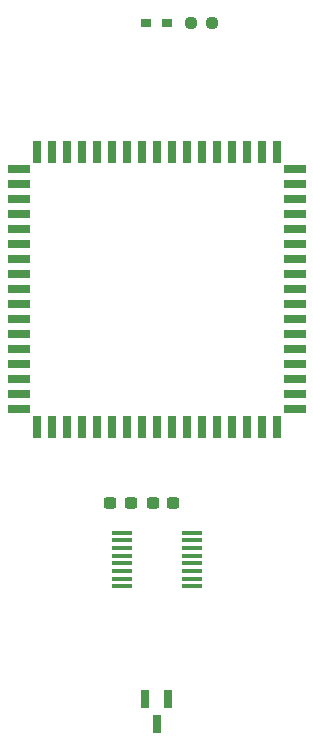
<source format=gbr>
G04 #@! TF.GenerationSoftware,KiCad,Pcbnew,9.0.6-9.0.6~ubuntu25.10.1*
G04 #@! TF.CreationDate,2025-11-10T23:05:56+09:00*
G04 #@! TF.ProjectId,bionic-z180,62696f6e-6963-42d7-9a31-38302e6b6963,1*
G04 #@! TF.SameCoordinates,Original*
G04 #@! TF.FileFunction,Paste,Top*
G04 #@! TF.FilePolarity,Positive*
%FSLAX46Y46*%
G04 Gerber Fmt 4.6, Leading zero omitted, Abs format (unit mm)*
G04 Created by KiCad (PCBNEW 9.0.6-9.0.6~ubuntu25.10.1) date 2025-11-10 23:05:56*
%MOMM*%
%LPD*%
G01*
G04 APERTURE LIST*
G04 Aperture macros list*
%AMRoundRect*
0 Rectangle with rounded corners*
0 $1 Rounding radius*
0 $2 $3 $4 $5 $6 $7 $8 $9 X,Y pos of 4 corners*
0 Add a 4 corners polygon primitive as box body*
4,1,4,$2,$3,$4,$5,$6,$7,$8,$9,$2,$3,0*
0 Add four circle primitives for the rounded corners*
1,1,$1+$1,$2,$3*
1,1,$1+$1,$4,$5*
1,1,$1+$1,$6,$7*
1,1,$1+$1,$8,$9*
0 Add four rect primitives between the rounded corners*
20,1,$1+$1,$2,$3,$4,$5,0*
20,1,$1+$1,$4,$5,$6,$7,0*
20,1,$1+$1,$6,$7,$8,$9,0*
20,1,$1+$1,$8,$9,$2,$3,0*%
G04 Aperture macros list end*
%ADD10R,1.778000X0.355600*%
%ADD11R,0.965200X0.762000*%
%ADD12RoundRect,0.237500X-0.250000X-0.237500X0.250000X-0.237500X0.250000X0.237500X-0.250000X0.237500X0*%
%ADD13R,0.700000X1.910000*%
%ADD14R,1.910000X0.700000*%
%ADD15R,0.660400X1.625600*%
%ADD16RoundRect,0.237500X0.300000X0.237500X-0.300000X0.237500X-0.300000X-0.237500X0.300000X-0.237500X0*%
%ADD17RoundRect,0.237500X-0.300000X-0.237500X0.300000X-0.237500X0.300000X0.237500X-0.300000X0.237500X0*%
G04 APERTURE END LIST*
D10*
X110728200Y-114726002D03*
X110728200Y-115376000D03*
X110728200Y-116026002D03*
X110728200Y-116676000D03*
X110728200Y-117325999D03*
X110728200Y-117976000D03*
X110728200Y-118625999D03*
X110728200Y-119276000D03*
X116671800Y-119276000D03*
X116671800Y-118626002D03*
X116671800Y-117976000D03*
X116671800Y-117326002D03*
X116671800Y-116676003D03*
X116671800Y-116026002D03*
X116671800Y-115376003D03*
X116671800Y-114726002D03*
D11*
X114576300Y-71600200D03*
X112823700Y-71600200D03*
D12*
X116597500Y-71600200D03*
X118422500Y-71600200D03*
D13*
X113700000Y-82450000D03*
X112430000Y-82450000D03*
X111160000Y-82450000D03*
X109890000Y-82450000D03*
X108620000Y-82450000D03*
X107350000Y-82450000D03*
X106080000Y-82450000D03*
X104810000Y-82450000D03*
X103540000Y-82450000D03*
D14*
X102020000Y-83970000D03*
X102020000Y-85240000D03*
X102020000Y-86510000D03*
X102020000Y-87780000D03*
X102020000Y-89050000D03*
X102020000Y-90320000D03*
X102020000Y-91590000D03*
X102020000Y-92860000D03*
X102020000Y-94130000D03*
X102020000Y-95400000D03*
X102020000Y-96670000D03*
X102020000Y-97940000D03*
X102020000Y-99210000D03*
X102020000Y-100480000D03*
X102020000Y-101750000D03*
X102020000Y-103020000D03*
X102020000Y-104290000D03*
D13*
X103540000Y-105810000D03*
X104810000Y-105810000D03*
X106080000Y-105810000D03*
X107350000Y-105810000D03*
X108620000Y-105810000D03*
X109890000Y-105810000D03*
X111160000Y-105810000D03*
X112430000Y-105810000D03*
X113700000Y-105810000D03*
X114970000Y-105810000D03*
X116240000Y-105810000D03*
X117510000Y-105810000D03*
X118780000Y-105810000D03*
X120050000Y-105810000D03*
X121320000Y-105810000D03*
X122590000Y-105810000D03*
X123860000Y-105810000D03*
D14*
X125380000Y-104290000D03*
X125380000Y-103020000D03*
X125380000Y-101750000D03*
X125380000Y-100480000D03*
X125380000Y-99210000D03*
X125380000Y-97940000D03*
X125380000Y-96670000D03*
X125380000Y-95400000D03*
X125380000Y-94130000D03*
X125380000Y-92860000D03*
X125380000Y-91590000D03*
X125380000Y-90320000D03*
X125380000Y-89050000D03*
X125380000Y-87780000D03*
X125380000Y-86510000D03*
X125380000Y-85240000D03*
X125380000Y-83970000D03*
D13*
X123860000Y-82450000D03*
X122590000Y-82450000D03*
X121320000Y-82450000D03*
X120050000Y-82450000D03*
X118780000Y-82450000D03*
X117510000Y-82450000D03*
X116240000Y-82450000D03*
X114970000Y-82450000D03*
D15*
X114650001Y-128828000D03*
X112749999Y-128828000D03*
X113700000Y-130960000D03*
D16*
X111490200Y-112214800D03*
X109765200Y-112214800D03*
D17*
X113346600Y-112214800D03*
X115071600Y-112214800D03*
M02*

</source>
